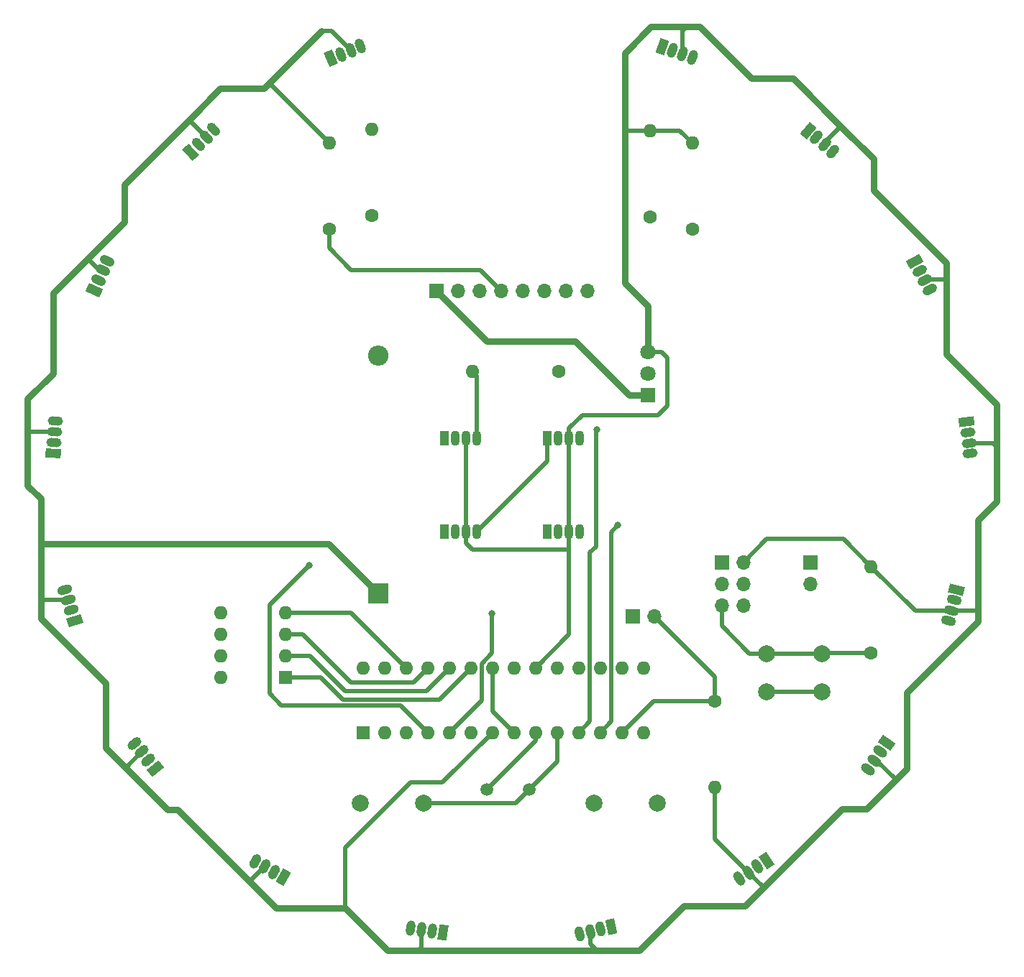
<source format=gbr>
%TF.GenerationSoftware,KiCad,Pcbnew,(6.0.9)*%
%TF.CreationDate,2022-11-13T20:23:47+01:00*%
%TF.ProjectId,afm_saucer,61666d5f-7361-4756-9365-722e6b696361,rev?*%
%TF.SameCoordinates,Original*%
%TF.FileFunction,Copper,L1,Top*%
%TF.FilePolarity,Positive*%
%FSLAX46Y46*%
G04 Gerber Fmt 4.6, Leading zero omitted, Abs format (unit mm)*
G04 Created by KiCad (PCBNEW (6.0.9)) date 2022-11-13 20:23:47*
%MOMM*%
%LPD*%
G01*
G04 APERTURE LIST*
G04 Aperture macros list*
%AMHorizOval*
0 Thick line with rounded ends*
0 $1 width*
0 $2 $3 position (X,Y) of the first rounded end (center of the circle)*
0 $4 $5 position (X,Y) of the second rounded end (center of the circle)*
0 Add line between two ends*
20,1,$1,$2,$3,$4,$5,0*
0 Add two circle primitives to create the rounded ends*
1,1,$1,$2,$3*
1,1,$1,$4,$5*%
%AMRotRect*
0 Rectangle, with rotation*
0 The origin of the aperture is its center*
0 $1 length*
0 $2 width*
0 $3 Rotation angle, in degrees counterclockwise*
0 Add horizontal line*
21,1,$1,$2,0,0,$3*%
G04 Aperture macros list end*
%TA.AperFunction,ComponentPad*%
%ADD10R,1.700000X1.700000*%
%TD*%
%TA.AperFunction,ComponentPad*%
%ADD11O,1.700000X1.700000*%
%TD*%
%TA.AperFunction,ComponentPad*%
%ADD12RotRect,1.070000X1.800000X23.200000*%
%TD*%
%TA.AperFunction,ComponentPad*%
%ADD13HorizOval,1.070000X-0.143789X0.335484X0.143789X-0.335484X0*%
%TD*%
%TA.AperFunction,ComponentPad*%
%ADD14RotRect,1.070000X1.800000X213.800000*%
%TD*%
%TA.AperFunction,ComponentPad*%
%ADD15HorizOval,1.070000X-0.203048X0.303309X0.203048X-0.303309X0*%
%TD*%
%TA.AperFunction,ComponentPad*%
%ADD16C,1.600000*%
%TD*%
%TA.AperFunction,ComponentPad*%
%ADD17O,1.600000X1.600000*%
%TD*%
%TA.AperFunction,ComponentPad*%
%ADD18RotRect,1.070000X1.800000X129.100000*%
%TD*%
%TA.AperFunction,ComponentPad*%
%ADD19HorizOval,1.070000X0.283257X0.230197X-0.283257X-0.230197X0*%
%TD*%
%TA.AperFunction,ComponentPad*%
%ADD20R,1.070000X1.800000*%
%TD*%
%TA.AperFunction,ComponentPad*%
%ADD21O,1.070000X1.800000*%
%TD*%
%TA.AperFunction,ComponentPad*%
%ADD22RotRect,1.070000X1.800000X340.800000*%
%TD*%
%TA.AperFunction,ComponentPad*%
%ADD23HorizOval,1.070000X-0.120036X-0.344697X0.120036X0.344697X0*%
%TD*%
%TA.AperFunction,ComponentPad*%
%ADD24RotRect,1.070000X1.800000X107.900000*%
%TD*%
%TA.AperFunction,ComponentPad*%
%ADD25HorizOval,1.070000X0.347332X0.112185X-0.347332X-0.112185X0*%
%TD*%
%TA.AperFunction,ComponentPad*%
%ADD26C,2.000000*%
%TD*%
%TA.AperFunction,ComponentPad*%
%ADD27RotRect,1.070000X1.800000X256.100000*%
%TD*%
%TA.AperFunction,ComponentPad*%
%ADD28HorizOval,1.070000X-0.354312X0.087683X0.354312X-0.087683X0*%
%TD*%
%TA.AperFunction,ComponentPad*%
%ADD29RotRect,1.070000X1.800000X171.400000*%
%TD*%
%TA.AperFunction,ComponentPad*%
%ADD30HorizOval,1.070000X0.054580X0.360896X-0.054580X-0.360896X0*%
%TD*%
%TA.AperFunction,ComponentPad*%
%ADD31R,1.800000X1.800000*%
%TD*%
%TA.AperFunction,ComponentPad*%
%ADD32C,1.800000*%
%TD*%
%TA.AperFunction,ComponentPad*%
%ADD33RotRect,1.070000X1.800000X150.200000*%
%TD*%
%TA.AperFunction,ComponentPad*%
%ADD34HorizOval,1.070000X0.181395X0.316734X-0.181395X-0.316734X0*%
%TD*%
%TA.AperFunction,ComponentPad*%
%ADD35RotRect,1.070000X1.800000X298.500000*%
%TD*%
%TA.AperFunction,ComponentPad*%
%ADD36HorizOval,1.070000X-0.320768X-0.174163X0.320768X0.174163X0*%
%TD*%
%TA.AperFunction,ComponentPad*%
%ADD37RotRect,1.070000X1.800000X44.400000*%
%TD*%
%TA.AperFunction,ComponentPad*%
%ADD38HorizOval,1.070000X-0.255377X0.260783X0.255377X-0.260783X0*%
%TD*%
%TA.AperFunction,ComponentPad*%
%ADD39R,1.600000X1.600000*%
%TD*%
%TA.AperFunction,ComponentPad*%
%ADD40RotRect,1.070000X1.800000X277.300000*%
%TD*%
%TA.AperFunction,ComponentPad*%
%ADD41HorizOval,1.070000X-0.362041X-0.046379X0.362041X0.046379X0*%
%TD*%
%TA.AperFunction,ComponentPad*%
%ADD42R,2.400000X2.400000*%
%TD*%
%TA.AperFunction,ComponentPad*%
%ADD43O,2.400000X2.400000*%
%TD*%
%TA.AperFunction,ComponentPad*%
%ADD44RotRect,1.070000X1.800000X192.600000*%
%TD*%
%TA.AperFunction,ComponentPad*%
%ADD45HorizOval,1.070000X-0.079622X0.356210X0.079622X-0.356210X0*%
%TD*%
%TA.AperFunction,ComponentPad*%
%ADD46RotRect,1.070000X1.800000X319.600000*%
%TD*%
%TA.AperFunction,ComponentPad*%
%ADD47HorizOval,1.070000X-0.236564X-0.277961X0.236564X0.277961X0*%
%TD*%
%TA.AperFunction,ComponentPad*%
%ADD48RotRect,1.070000X1.800000X65.500000*%
%TD*%
%TA.AperFunction,ComponentPad*%
%ADD49HorizOval,1.070000X-0.332136X0.151363X0.332136X-0.151363X0*%
%TD*%
%TA.AperFunction,ComponentPad*%
%ADD50RotRect,1.070000X1.800000X86.700000*%
%TD*%
%TA.AperFunction,ComponentPad*%
%ADD51HorizOval,1.070000X-0.364395X0.021011X0.364395X-0.021011X0*%
%TD*%
%TA.AperFunction,ComponentPad*%
%ADD52RotRect,1.070000X1.800000X234.900000*%
%TD*%
%TA.AperFunction,ComponentPad*%
%ADD53HorizOval,1.070000X-0.298625X0.209877X0.298625X-0.209877X0*%
%TD*%
%TA.AperFunction,ComponentPad*%
%ADD54C,1.500000*%
%TD*%
%TA.AperFunction,ViaPad*%
%ADD55C,0.800000*%
%TD*%
%TA.AperFunction,Conductor*%
%ADD56C,0.500000*%
%TD*%
%TA.AperFunction,Conductor*%
%ADD57C,0.750000*%
%TD*%
G04 APERTURE END LIST*
D10*
%TO.P,J2,1,Pin_1*%
%TO.N,/RX*%
X135200000Y-109725000D03*
D11*
%TO.P,J2,2,Pin_2*%
%TO.N,/TX*%
X135200000Y-112265000D03*
%TD*%
D12*
%TO.P,D1,1,DO*%
%TO.N,Net-(D1-Pad1)*%
X78702036Y-50369216D03*
D13*
%TO.P,D1,2,GND*%
%TO.N,GND*%
X79869338Y-49868910D03*
%TO.P,D1,3,VDD*%
%TO.N,+5V*%
X81036640Y-49368604D03*
%TO.P,D1,4,DI*%
%TO.N,Net-(D1-Pad4)*%
X82203942Y-48868297D03*
%TD*%
D14*
%TO.P,D10,1,DO*%
%TO.N,Net-(D11-Pad4)*%
X129972258Y-144897496D03*
D15*
%TO.P,D10,2,GND*%
%TO.N,GND*%
X128916908Y-145603991D03*
%TO.P,D10,3,VDD*%
%TO.N,+5V*%
X127861557Y-146310487D03*
%TO.P,D10,4,DI*%
%TO.N,Net-(D9-Pad1)*%
X126806207Y-147016982D03*
%TD*%
D16*
%TO.P,R4,1*%
%TO.N,/DATA*%
X116250000Y-69000000D03*
D17*
%TO.P,R4,2*%
%TO.N,+5V*%
X116250000Y-58840000D03*
%TD*%
D18*
%TO.P,D6,1,DO*%
%TO.N,Net-(D7-Pad4)*%
X58029219Y-134031652D03*
D19*
%TO.P,D6,2,GND*%
%TO.N,GND*%
X57228261Y-133046073D03*
%TO.P,D6,3,VDD*%
%TO.N,+5V*%
X56427302Y-132060494D03*
%TO.P,D6,4,DI*%
%TO.N,Net-(D5-Pad1)*%
X55626344Y-131074915D03*
%TD*%
D20*
%TO.P,D19,1,DO*%
%TO.N,Net-(D19-Pad1)*%
X92100000Y-106100000D03*
D21*
%TO.P,D19,2,GND*%
%TO.N,GND*%
X93370000Y-106100000D03*
%TO.P,D19,3,VDD*%
%TO.N,+5V*%
X94640000Y-106100000D03*
%TO.P,D19,4,DI*%
%TO.N,Net-(D18-Pad1)*%
X95910000Y-106100000D03*
%TD*%
D20*
%TO.P,D20,1,DO*%
%TO.N,unconnected-(D20-Pad1)*%
X104200000Y-106100000D03*
D21*
%TO.P,D20,2,GND*%
%TO.N,GND*%
X105470000Y-106100000D03*
%TO.P,D20,3,VDD*%
%TO.N,+5V*%
X106740000Y-106100000D03*
%TO.P,D20,4,DI*%
%TO.N,Net-(D19-Pad1)*%
X108010000Y-106100000D03*
%TD*%
D16*
%TO.P,R5,1*%
%TO.N,Net-(R5-Pad1)*%
X123900000Y-126100000D03*
D17*
%TO.P,R5,2*%
%TO.N,+5V*%
X123900000Y-136260000D03*
%TD*%
D22*
%TO.P,D16,1,DO*%
%TO.N,unconnected-(D16-Pad1)*%
X117698266Y-49007438D03*
D23*
%TO.P,D16,2,GND*%
%TO.N,GND*%
X118897624Y-49425099D03*
%TO.P,D16,3,VDD*%
%TO.N,+5V*%
X120096982Y-49842759D03*
%TO.P,D16,4,DI*%
%TO.N,Net-(D15-Pad1)*%
X121296340Y-50260420D03*
%TD*%
D20*
%TO.P,D17,1,DO*%
%TO.N,Net-(D18-Pad4)*%
X92100000Y-95100000D03*
D21*
%TO.P,D17,2,GND*%
%TO.N,GND*%
X93370000Y-95100000D03*
%TO.P,D17,3,VDD*%
%TO.N,+5V*%
X94640000Y-95100000D03*
%TO.P,D17,4,DI*%
%TO.N,Net-(D17-Pad4)*%
X95910000Y-95100000D03*
%TD*%
D16*
%TO.P,R7,1*%
%TO.N,Net-(R7-Pad1)*%
X83500000Y-68830000D03*
D17*
%TO.P,R7,2*%
%TO.N,Net-(D1-Pad4)*%
X83500000Y-58670000D03*
%TD*%
D20*
%TO.P,D18,1,DO*%
%TO.N,Net-(D18-Pad1)*%
X104200000Y-95100000D03*
D21*
%TO.P,D18,2,GND*%
%TO.N,GND*%
X105470000Y-95100000D03*
%TO.P,D18,3,VDD*%
%TO.N,+5V*%
X106740000Y-95100000D03*
%TO.P,D18,4,DI*%
%TO.N,Net-(D18-Pad4)*%
X108010000Y-95100000D03*
%TD*%
D24*
%TO.P,D5,1,DO*%
%TO.N,Net-(D5-Pad1)*%
X48564795Y-116591332D03*
D25*
%TO.P,D5,2,GND*%
%TO.N,GND*%
X48174452Y-115382807D03*
%TO.P,D5,3,VDD*%
%TO.N,+5V*%
X47784109Y-114174282D03*
%TO.P,D5,4,DI*%
%TO.N,Net-(D4-Pad1)*%
X47393766Y-112965757D03*
%TD*%
D26*
%TO.P,SW2,1,1*%
%TO.N,/RESET*%
X130000000Y-120500000D03*
X136500000Y-120500000D03*
%TO.P,SW2,2,2*%
%TO.N,GND*%
X130000000Y-125000000D03*
X136500000Y-125000000D03*
%TD*%
D10*
%TO.P,J3,1,Pin_1*%
%TO.N,/MISO*%
X124725000Y-109725000D03*
D11*
%TO.P,J3,2,Pin_2*%
%TO.N,+5V*%
X127265000Y-109725000D03*
%TO.P,J3,3,Pin_3*%
%TO.N,/SCK*%
X124725000Y-112265000D03*
%TO.P,J3,4,Pin_4*%
%TO.N,/MOSI*%
X127265000Y-112265000D03*
%TO.P,J3,5,Pin_5*%
%TO.N,/RESET*%
X124725000Y-114805000D03*
%TO.P,J3,6,Pin_6*%
%TO.N,GND*%
X127265000Y-114805000D03*
%TD*%
D26*
%TO.P,C3,1*%
%TO.N,Net-(C3-Pad1)*%
X117150000Y-138100000D03*
%TO.P,C3,2*%
%TO.N,GND*%
X109650000Y-138100000D03*
%TD*%
D27*
%TO.P,D12,1,DO*%
%TO.N,Net-(D12-Pad1)*%
X152381515Y-112965972D03*
D28*
%TO.P,D12,2,GND*%
%TO.N,GND*%
X152076425Y-114198782D03*
%TO.P,D12,3,VDD*%
%TO.N,+5V*%
X151771336Y-115431592D03*
%TO.P,D12,4,DI*%
%TO.N,Net-(D11-Pad1)*%
X151466246Y-116664402D03*
%TD*%
D16*
%TO.P,R2,1*%
%TO.N,/CLK*%
X78500000Y-70500000D03*
D17*
%TO.P,R2,2*%
%TO.N,+5V*%
X78500000Y-60340000D03*
%TD*%
D29*
%TO.P,D8,1,DO*%
%TO.N,Net-(D8-Pad1)*%
X91895849Y-153401524D03*
D30*
%TO.P,D8,2,GND*%
%TO.N,GND*%
X90640128Y-153211614D03*
%TO.P,D8,3,VDD*%
%TO.N,+5V*%
X89384408Y-153021704D03*
%TO.P,D8,4,DI*%
%TO.N,Net-(D7-Pad1)*%
X88128687Y-152831794D03*
%TD*%
D16*
%TO.P,R3,1*%
%TO.N,/FLASH*%
X121250000Y-70500000D03*
D17*
%TO.P,R3,2*%
%TO.N,+5V*%
X121250000Y-60340000D03*
%TD*%
D31*
%TO.P,U1,1,IN*%
%TO.N,+12V*%
X116020000Y-90000000D03*
D32*
%TO.P,U1,2,GND*%
%TO.N,GND*%
X116020000Y-87460000D03*
%TO.P,U1,3,OUT*%
%TO.N,+5V*%
X116020000Y-84920000D03*
%TD*%
D10*
%TO.P,J1,1,Pin_1*%
%TO.N,+12V*%
X91125000Y-77775000D03*
D11*
%TO.P,J1,2,Pin_2*%
%TO.N,GND*%
X93665000Y-77775000D03*
%TO.P,J1,3,Pin_3*%
%TO.N,unconnected-(J1-Pad3)*%
X96205000Y-77775000D03*
%TO.P,J1,4,Pin_4*%
%TO.N,/CLK*%
X98745000Y-77775000D03*
%TO.P,J1,5,Pin_5*%
%TO.N,/DATA*%
X101285000Y-77775000D03*
%TO.P,J1,6,Pin_6*%
%TO.N,unconnected-(J1-Pad6)*%
X103825000Y-77775000D03*
%TO.P,J1,7,Pin_7*%
%TO.N,/FLASH*%
X106365000Y-77775000D03*
%TO.P,J1,8,Pin_8*%
%TO.N,unconnected-(J1-Pad8)*%
X108905000Y-77775000D03*
%TD*%
D16*
%TO.P,R6,1*%
%TO.N,Net-(R6-Pad1)*%
X105580000Y-87250000D03*
D17*
%TO.P,R6,2*%
%TO.N,Net-(D17-Pad4)*%
X95420000Y-87250000D03*
%TD*%
D33*
%TO.P,D7,1,DO*%
%TO.N,Net-(D7-Pad1)*%
X73146895Y-146881881D03*
D34*
%TO.P,D7,2,GND*%
%TO.N,GND*%
X72044833Y-146250724D03*
%TO.P,D7,3,VDD*%
%TO.N,+5V*%
X70942771Y-145619567D03*
%TO.P,D7,4,DI*%
%TO.N,Net-(D7-Pad4)*%
X69840709Y-144988410D03*
%TD*%
D10*
%TO.P,SW1,1,1*%
%TO.N,GND*%
X114250000Y-116125000D03*
D11*
%TO.P,SW1,2,2*%
%TO.N,Net-(R5-Pad1)*%
X116790000Y-116125000D03*
%TD*%
D35*
%TO.P,D14,1,DO*%
%TO.N,Net-(D15-Pad4)*%
X147427862Y-74265277D03*
D36*
%TO.P,D14,2,GND*%
%TO.N,GND*%
X148033854Y-75381375D03*
%TO.P,D14,3,VDD*%
%TO.N,+5V*%
X148639845Y-76497472D03*
%TO.P,D14,4,DI*%
%TO.N,Net-(D13-Pad1)*%
X149245837Y-77613570D03*
%TD*%
D37*
%TO.P,D2,1,DO*%
%TO.N,Net-(D3-Pad4)*%
X62206663Y-61391611D03*
D38*
%TO.P,D2,2,GND*%
%TO.N,GND*%
X63114043Y-60503039D03*
%TO.P,D2,3,VDD*%
%TO.N,+5V*%
X64021424Y-59614466D03*
%TO.P,D2,4,DI*%
%TO.N,Net-(D1-Pad1)*%
X64928804Y-58725894D03*
%TD*%
D39*
%TO.P,SW3,1*%
%TO.N,Net-(U2-Pad23)*%
X73400000Y-123300000D03*
D17*
%TO.P,SW3,2*%
%TO.N,Net-(U2-Pad24)*%
X73400000Y-120760000D03*
%TO.P,SW3,3*%
%TO.N,Net-(U2-Pad25)*%
X73400000Y-118220000D03*
%TO.P,SW3,4*%
%TO.N,Net-(U2-Pad26)*%
X73400000Y-115680000D03*
%TO.P,SW3,5*%
%TO.N,GND*%
X65780000Y-115680000D03*
%TO.P,SW3,6*%
X65780000Y-118220000D03*
%TO.P,SW3,7*%
X65780000Y-120760000D03*
%TO.P,SW3,8*%
X65780000Y-123300000D03*
%TD*%
D40*
%TO.P,D13,1,DO*%
%TO.N,Net-(D13-Pad1)*%
X153520786Y-93154143D03*
D41*
%TO.P,D13,2,GND*%
%TO.N,GND*%
X153682158Y-94413849D03*
%TO.P,D13,3,VDD*%
%TO.N,+5V*%
X153843530Y-95673555D03*
%TO.P,D13,4,DI*%
%TO.N,Net-(D12-Pad1)*%
X154004902Y-96933261D03*
%TD*%
D42*
%TO.P,C1,1*%
%TO.N,+5V*%
X84300000Y-113400000D03*
D43*
%TO.P,C1,2*%
%TO.N,GND*%
X84300000Y-85400000D03*
%TD*%
D44*
%TO.P,D9,1,DO*%
%TO.N,Net-(D9-Pad1)*%
X111723763Y-152709117D03*
D45*
%TO.P,D9,2,GND*%
%TO.N,GND*%
X110484349Y-152986159D03*
%TO.P,D9,3,VDD*%
%TO.N,+5V*%
X109244934Y-153263201D03*
%TO.P,D9,4,DI*%
%TO.N,Net-(D8-Pad1)*%
X108005520Y-153540243D03*
%TD*%
D16*
%TO.P,R1,1*%
%TO.N,/RESET*%
X142300000Y-120400000D03*
D17*
%TO.P,R1,2*%
%TO.N,+5V*%
X142300000Y-110240000D03*
%TD*%
D26*
%TO.P,C2,1*%
%TO.N,Net-(C2-Pad1)*%
X89650000Y-138100000D03*
%TO.P,C2,2*%
%TO.N,GND*%
X82150000Y-138100000D03*
%TD*%
D46*
%TO.P,D15,1,DO*%
%TO.N,Net-(D15-Pad1)*%
X134922340Y-58852324D03*
D47*
%TO.P,D15,2,GND*%
%TO.N,GND*%
X135889494Y-59675436D03*
%TO.P,D15,3,VDD*%
%TO.N,+5V*%
X136856647Y-60498549D03*
%TO.P,D15,4,DI*%
%TO.N,Net-(D15-Pad4)*%
X137823801Y-61321661D03*
%TD*%
D48*
%TO.P,D3,1,DO*%
%TO.N,Net-(D3-Pad1)*%
X50806757Y-77639360D03*
D49*
%TO.P,D3,2,GND*%
%TO.N,GND*%
X51333417Y-76483709D03*
%TO.P,D3,3,VDD*%
%TO.N,+5V*%
X51860078Y-75328058D03*
%TO.P,D3,4,DI*%
%TO.N,Net-(D3-Pad4)*%
X52386738Y-74172408D03*
%TD*%
D50*
%TO.P,D4,1,DO*%
%TO.N,Net-(D4-Pad1)*%
X46046296Y-96907235D03*
D51*
%TO.P,D4,2,GND*%
%TO.N,GND*%
X46119402Y-95639341D03*
%TO.P,D4,3,VDD*%
%TO.N,+5V*%
X46192509Y-94371447D03*
%TO.P,D4,4,DI*%
%TO.N,Net-(D3-Pad1)*%
X46265615Y-93103553D03*
%TD*%
D52*
%TO.P,D11,1,DO*%
%TO.N,Net-(D11-Pad1)*%
X144156721Y-131024014D03*
D53*
%TO.P,D11,2,GND*%
%TO.N,GND*%
X143426464Y-132063064D03*
%TO.P,D11,3,VDD*%
%TO.N,+5V*%
X142696208Y-133102114D03*
%TO.P,D11,4,DI*%
%TO.N,Net-(D11-Pad4)*%
X141965951Y-134141164D03*
%TD*%
D54*
%TO.P,Y1,1,1*%
%TO.N,Net-(C3-Pad1)*%
X97100000Y-136500000D03*
%TO.P,Y1,2,2*%
%TO.N,Net-(C2-Pad1)*%
X102100000Y-136500000D03*
%TD*%
D39*
%TO.P,U2,1,~{RESET}/PC6*%
%TO.N,/RESET*%
X82500000Y-129800000D03*
D17*
%TO.P,U2,2,PD0*%
%TO.N,/RX*%
X85040000Y-129800000D03*
%TO.P,U2,3,PD1*%
%TO.N,/TX*%
X87580000Y-129800000D03*
%TO.P,U2,4,PD2*%
%TO.N,/CLK*%
X90120000Y-129800000D03*
%TO.P,U2,5,PD3*%
%TO.N,/FLASH*%
X92660000Y-129800000D03*
%TO.P,U2,6,PD4*%
%TO.N,/DATA*%
X95200000Y-129800000D03*
%TO.P,U2,7,VCC*%
%TO.N,+5V*%
X97740000Y-129800000D03*
%TO.P,U2,8,GND*%
%TO.N,GND*%
X100280000Y-129800000D03*
%TO.P,U2,9,XTAL1/PB6*%
%TO.N,Net-(C3-Pad1)*%
X102820000Y-129800000D03*
%TO.P,U2,10,XTAL2/PB7*%
%TO.N,Net-(C2-Pad1)*%
X105360000Y-129800000D03*
%TO.P,U2,11,PD5*%
%TO.N,Net-(R7-Pad1)*%
X107900000Y-129800000D03*
%TO.P,U2,12,PD6*%
%TO.N,Net-(R6-Pad1)*%
X110440000Y-129800000D03*
%TO.P,U2,13,PD7*%
%TO.N,Net-(R5-Pad1)*%
X112980000Y-129800000D03*
%TO.P,U2,14,PB0*%
%TO.N,unconnected-(U2-Pad14)*%
X115520000Y-129800000D03*
%TO.P,U2,15,PB1*%
%TO.N,unconnected-(U2-Pad15)*%
X115520000Y-122180000D03*
%TO.P,U2,16,PB2*%
%TO.N,unconnected-(U2-Pad16)*%
X112980000Y-122180000D03*
%TO.P,U2,17,PB3*%
%TO.N,/MOSI*%
X110440000Y-122180000D03*
%TO.P,U2,18,PB4*%
%TO.N,/MISO*%
X107900000Y-122180000D03*
%TO.P,U2,19,PB5*%
%TO.N,/SCK*%
X105360000Y-122180000D03*
%TO.P,U2,20,AVCC*%
%TO.N,+5V*%
X102820000Y-122180000D03*
%TO.P,U2,21,AREF*%
%TO.N,unconnected-(U2-Pad21)*%
X100280000Y-122180000D03*
%TO.P,U2,22,GND*%
%TO.N,GND*%
X97740000Y-122180000D03*
%TO.P,U2,23,PC0*%
%TO.N,Net-(U2-Pad23)*%
X95200000Y-122180000D03*
%TO.P,U2,24,PC1*%
%TO.N,Net-(U2-Pad24)*%
X92660000Y-122180000D03*
%TO.P,U2,25,PC2*%
%TO.N,Net-(U2-Pad25)*%
X90120000Y-122180000D03*
%TO.P,U2,26,PC3*%
%TO.N,Net-(U2-Pad26)*%
X87580000Y-122180000D03*
%TO.P,U2,27,PC4*%
%TO.N,unconnected-(U2-Pad27)*%
X85040000Y-122180000D03*
%TO.P,U2,28,PC5*%
%TO.N,unconnected-(U2-Pad28)*%
X82500000Y-122180000D03*
%TD*%
D55*
%TO.N,Net-(R7-Pad1)*%
X110000000Y-94100000D03*
%TO.N,Net-(R6-Pad1)*%
X112500000Y-105400000D03*
%TO.N,/CLK*%
X76200000Y-110100000D03*
%TO.N,/FLASH*%
X97700000Y-115800000D03*
%TD*%
D56*
%TO.N,Net-(R7-Pad1)*%
X109900000Y-94200000D02*
X110000000Y-94100000D01*
X109900000Y-107900000D02*
X109900000Y-94200000D01*
X109190000Y-108610000D02*
X109900000Y-107900000D01*
X107900000Y-129800000D02*
X109190000Y-128510000D01*
X109190000Y-128510000D02*
X109190000Y-108610000D01*
%TO.N,Net-(R6-Pad1)*%
X112500000Y-105400000D02*
X111730000Y-106170000D01*
X111730000Y-106170000D02*
X111730000Y-128510000D01*
X111730000Y-128510000D02*
X110440000Y-129800000D01*
%TO.N,Net-(D17-Pad4)*%
X95910000Y-95100000D02*
X95910000Y-87740000D01*
X95910000Y-87740000D02*
X95420000Y-87250000D01*
%TO.N,Net-(D18-Pad1)*%
X104200000Y-95100000D02*
X104200000Y-97810000D01*
X104200000Y-97810000D02*
X95910000Y-106100000D01*
%TO.N,+5V*%
X94640000Y-107500000D02*
X95340000Y-108200000D01*
X106740000Y-108140000D02*
X106740000Y-106100000D01*
X94640000Y-106100000D02*
X94640000Y-107500000D01*
X106740000Y-118260000D02*
X106740000Y-108140000D01*
X95340000Y-108200000D02*
X106680000Y-108200000D01*
X106680000Y-108200000D02*
X106740000Y-108140000D01*
X106740000Y-95100000D02*
X106740000Y-93960000D01*
X118300000Y-85600000D02*
X117620000Y-84920000D01*
X106740000Y-93960000D02*
X108300000Y-92400000D01*
X108300000Y-92400000D02*
X117200000Y-92400000D01*
X117200000Y-92400000D02*
X118300000Y-91300000D01*
X118300000Y-91300000D02*
X118300000Y-85600000D01*
X117620000Y-84920000D02*
X116020000Y-84920000D01*
X102820000Y-122180000D02*
X106740000Y-118260000D01*
X88100000Y-135700000D02*
X80400000Y-143400000D01*
X80400000Y-143400000D02*
X80400000Y-150500000D01*
X91840000Y-135700000D02*
X88100000Y-135700000D01*
X97740000Y-129800000D02*
X91840000Y-135700000D01*
%TO.N,/CLK*%
X71500000Y-114800000D02*
X76200000Y-110100000D01*
X71500000Y-125200000D02*
X71500000Y-114800000D01*
X86920000Y-126600000D02*
X72900000Y-126600000D01*
X90120000Y-129800000D02*
X86920000Y-126600000D01*
X72900000Y-126600000D02*
X71500000Y-125200000D01*
%TO.N,/FLASH*%
X97700000Y-120452233D02*
X96450000Y-121702233D01*
X97700000Y-115800000D02*
X97700000Y-120452233D01*
X96450000Y-121702233D02*
X96450000Y-126010000D01*
X96450000Y-126010000D02*
X92660000Y-129800000D01*
%TO.N,GND*%
X130000000Y-125000000D02*
X136500000Y-125000000D01*
X97740000Y-122180000D02*
X97740000Y-127260000D01*
X97740000Y-127260000D02*
X100280000Y-129800000D01*
%TO.N,Net-(R5-Pad1)*%
X116790000Y-116125000D02*
X123900000Y-123235000D01*
X123900000Y-123235000D02*
X123900000Y-126100000D01*
%TO.N,+5V*%
X142300000Y-110240000D02*
X147491592Y-115431592D01*
X147491592Y-115431592D02*
X151771336Y-115431592D01*
X127265000Y-109725000D02*
X129990000Y-107000000D01*
X129990000Y-107000000D02*
X139060000Y-107000000D01*
X139060000Y-107000000D02*
X142300000Y-110240000D01*
%TO.N,/CLK*%
X98745000Y-77775000D02*
X96270000Y-75300000D01*
X96270000Y-75300000D02*
X81100000Y-75300000D01*
X81100000Y-75300000D02*
X78500000Y-72700000D01*
X78500000Y-72700000D02*
X78500000Y-70500000D01*
D57*
%TO.N,+5V*%
X70800000Y-53900000D02*
X71300000Y-53400000D01*
X71300000Y-53400000D02*
X77600000Y-47100000D01*
D56*
X78500000Y-60340000D02*
X71560000Y-53400000D01*
X71560000Y-53400000D02*
X71300000Y-53400000D01*
X106740000Y-95100000D02*
X106740000Y-106100000D01*
X94640000Y-95100000D02*
X94640000Y-106100000D01*
%TO.N,Net-(U2-Pad23)*%
X80100000Y-125900000D02*
X77500000Y-123300000D01*
X77500000Y-123300000D02*
X73400000Y-123300000D01*
X95200000Y-122180000D02*
X91480000Y-125900000D01*
X91480000Y-125900000D02*
X80100000Y-125900000D01*
%TO.N,Net-(U2-Pad24)*%
X80400000Y-124900000D02*
X76260000Y-120760000D01*
X76260000Y-120760000D02*
X73400000Y-120760000D01*
X92660000Y-122180000D02*
X89940000Y-124900000D01*
X89940000Y-124900000D02*
X80400000Y-124900000D01*
%TO.N,Net-(U2-Pad25)*%
X81100000Y-123900000D02*
X75420000Y-118220000D01*
X75420000Y-118220000D02*
X73400000Y-118220000D01*
X88400000Y-123900000D02*
X81100000Y-123900000D01*
X90120000Y-122180000D02*
X88400000Y-123900000D01*
%TO.N,Net-(U2-Pad26)*%
X73400000Y-115680000D02*
X81080000Y-115680000D01*
X81080000Y-115680000D02*
X87580000Y-122180000D01*
%TO.N,Net-(R5-Pad1)*%
X112980000Y-129800000D02*
X116680000Y-126100000D01*
X116680000Y-126100000D02*
X123900000Y-126100000D01*
%TO.N,/RESET*%
X124725000Y-114805000D02*
X124725000Y-117225000D01*
X124725000Y-117225000D02*
X128000000Y-120500000D01*
X128000000Y-120500000D02*
X130000000Y-120500000D01*
X136500000Y-120500000D02*
X130000000Y-120500000D01*
X142300000Y-120400000D02*
X136600000Y-120400000D01*
X136600000Y-120400000D02*
X136500000Y-120500000D01*
%TO.N,+5V*%
X123900000Y-136260000D02*
X123900000Y-142348930D01*
X123900000Y-142348930D02*
X127861557Y-146310487D01*
%TO.N,Net-(C2-Pad1)*%
X102100000Y-136500000D02*
X100500000Y-138100000D01*
X100500000Y-138100000D02*
X89650000Y-138100000D01*
X102100000Y-136500000D02*
X105360000Y-133240000D01*
X105360000Y-133240000D02*
X105360000Y-129800000D01*
%TO.N,Net-(C3-Pad1)*%
X97100000Y-136500000D02*
X102820000Y-130780000D01*
X102820000Y-130780000D02*
X102820000Y-129800000D01*
D57*
%TO.N,+5V*%
X44541992Y-114458008D02*
X44541992Y-107558008D01*
X44541992Y-107558008D02*
X44541992Y-102241992D01*
X84300000Y-113400000D02*
X78458008Y-107558008D01*
X78458008Y-107558008D02*
X44541992Y-107558008D01*
X54400000Y-65200000D02*
X62000000Y-57600000D01*
%TO.N,+12V*%
X107500000Y-83700000D02*
X97050000Y-83700000D01*
X97050000Y-83700000D02*
X91125000Y-77775000D01*
X116020000Y-90000000D02*
X113800000Y-90000000D01*
X113800000Y-90000000D02*
X107500000Y-83700000D01*
D56*
%TO.N,+5V*%
X116250000Y-58840000D02*
X119750000Y-58840000D01*
X119750000Y-58840000D02*
X121250000Y-60340000D01*
D57*
X113300000Y-76800000D02*
X113300000Y-58600000D01*
X113300000Y-58600000D02*
X113300000Y-49700000D01*
D56*
X116250000Y-58840000D02*
X113540000Y-58840000D01*
X113540000Y-58840000D02*
X113300000Y-58600000D01*
D57*
X116400000Y-46600000D02*
X120600000Y-46600000D01*
D56*
X120096982Y-49842759D02*
X120096982Y-47103018D01*
D57*
X120600000Y-46600000D02*
X122100000Y-46600000D01*
D56*
X120096982Y-47103018D02*
X120600000Y-46600000D01*
D57*
X133100000Y-52700000D02*
X138750000Y-58350000D01*
X138750000Y-58350000D02*
X142600000Y-62200000D01*
D56*
X136856647Y-60498549D02*
X136856647Y-60243353D01*
X136856647Y-60243353D02*
X138750000Y-58350000D01*
D57*
X151200000Y-74500000D02*
X151200000Y-76200000D01*
D56*
X148758226Y-76379091D02*
X151020909Y-76379091D01*
D57*
X151200000Y-76200000D02*
X151200000Y-85200000D01*
D56*
X148639845Y-76497472D02*
X148758226Y-76379091D01*
X151020909Y-76379091D02*
X151200000Y-76200000D01*
D57*
X157100000Y-91100000D02*
X157100000Y-96100000D01*
D56*
X153843530Y-95673555D02*
X156673555Y-95673555D01*
D57*
X157100000Y-96100000D02*
X157100000Y-102600000D01*
D56*
X156673555Y-95673555D02*
X157100000Y-96100000D01*
D57*
X154900000Y-104800000D02*
X154900000Y-115400000D01*
X154900000Y-115400000D02*
X154900000Y-116700000D01*
D56*
X154868408Y-115431592D02*
X154900000Y-115400000D01*
X151771336Y-115431592D02*
X154868408Y-115431592D01*
D57*
X146500000Y-134100000D02*
X145250000Y-135350000D01*
X145250000Y-135350000D02*
X141800000Y-138800000D01*
D56*
X142696208Y-133102114D02*
X143002114Y-133102114D01*
X143002114Y-133102114D02*
X145250000Y-135350000D01*
D57*
X138900000Y-138800000D02*
X129650000Y-148050000D01*
X129650000Y-148050000D02*
X127500000Y-150200000D01*
D56*
X127910487Y-146310487D02*
X129650000Y-148050000D01*
X127861557Y-146310487D02*
X127910487Y-146310487D01*
D57*
X115000000Y-155500000D02*
X110000000Y-155500000D01*
X110000000Y-155500000D02*
X89000000Y-155500000D01*
D56*
X109244934Y-153263201D02*
X109244934Y-154744934D01*
X109244934Y-154744934D02*
X110000000Y-155500000D01*
X89384408Y-153021704D02*
X89384408Y-155115592D01*
D57*
X89000000Y-155500000D02*
X85400000Y-155500000D01*
D56*
X89384408Y-155115592D02*
X89000000Y-155500000D01*
D57*
X72300000Y-150500000D02*
X69150000Y-147350000D01*
X69150000Y-147350000D02*
X60700000Y-138900000D01*
D56*
X70942771Y-145619567D02*
X70880433Y-145619567D01*
X70880433Y-145619567D02*
X69150000Y-147350000D01*
D57*
X59500000Y-138900000D02*
X54550000Y-133950000D01*
X54550000Y-133950000D02*
X52200000Y-131600000D01*
D56*
X56427302Y-132060494D02*
X56427302Y-132072698D01*
X56427302Y-132072698D02*
X54550000Y-133950000D01*
D57*
X44541992Y-116341992D02*
X44541992Y-114458008D01*
D56*
X47784109Y-114174282D02*
X44825718Y-114174282D01*
X44825718Y-114174282D02*
X44541992Y-114458008D01*
D57*
X43000000Y-100700000D02*
X43000000Y-94400000D01*
X43000000Y-94400000D02*
X43000000Y-90500000D01*
D56*
X46192509Y-94371447D02*
X43028553Y-94371447D01*
X43028553Y-94371447D02*
X43000000Y-94400000D01*
D57*
X46000000Y-78000000D02*
X50050000Y-73950000D01*
X50050000Y-73950000D02*
X54400000Y-69600000D01*
D56*
X51860078Y-75328058D02*
X51428058Y-75328058D01*
X51428058Y-75328058D02*
X50050000Y-73950000D01*
D57*
X62000000Y-57600000D02*
X65700000Y-53900000D01*
D56*
X64021424Y-59614466D02*
X64014466Y-59614466D01*
X64014466Y-59614466D02*
X62000000Y-57600000D01*
X81036640Y-49368604D02*
X78768036Y-47100000D01*
X78768036Y-47100000D02*
X77600000Y-47100000D01*
D57*
X65700000Y-53900000D02*
X70800000Y-53900000D01*
X60700000Y-138900000D02*
X59500000Y-138900000D01*
X52200000Y-124000000D02*
X44541992Y-116341992D01*
X116020000Y-84920000D02*
X116020000Y-79520000D01*
X80400000Y-150500000D02*
X72300000Y-150500000D01*
X146500000Y-125100000D02*
X146500000Y-134100000D01*
X116020000Y-79520000D02*
X113300000Y-76800000D01*
X120300000Y-150200000D02*
X115000000Y-155500000D01*
X142600000Y-65900000D02*
X151200000Y-74500000D01*
X52200000Y-131600000D02*
X52200000Y-124000000D01*
X154900000Y-116700000D02*
X146500000Y-125100000D01*
X44541992Y-102241992D02*
X43000000Y-100700000D01*
X142600000Y-62200000D02*
X142600000Y-65900000D01*
X127500000Y-150200000D02*
X120300000Y-150200000D01*
X113300000Y-49700000D02*
X116400000Y-46600000D01*
X141800000Y-138800000D02*
X138900000Y-138800000D01*
X122100000Y-46600000D02*
X128200000Y-52700000D01*
X85400000Y-155500000D02*
X80400000Y-150500000D01*
X54400000Y-69600000D02*
X54400000Y-65200000D01*
X128200000Y-52700000D02*
X133100000Y-52700000D01*
X151200000Y-85200000D02*
X157100000Y-91100000D01*
X157100000Y-102600000D02*
X154900000Y-104800000D01*
X43000000Y-90500000D02*
X46000000Y-87500000D01*
X46000000Y-87500000D02*
X46000000Y-78000000D01*
%TD*%
M02*

</source>
